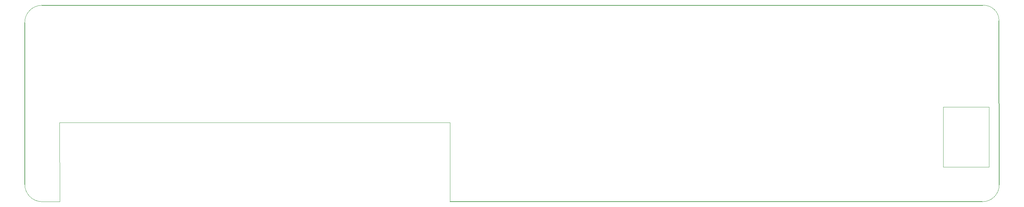
<source format=gm1>
%TF.GenerationSoftware,KiCad,Pcbnew,(6.0.0)*%
%TF.CreationDate,2022-01-20T15:09:40+01:00*%
%TF.ProjectId,AlimentatoreDaBancoExATX,416c696d-656e-4746-9174-6f7265446142,rev?*%
%TF.SameCoordinates,Original*%
%TF.FileFunction,Profile,NP*%
%FSLAX46Y46*%
G04 Gerber Fmt 4.6, Leading zero omitted, Abs format (unit mm)*
G04 Created by KiCad (PCBNEW (6.0.0)) date 2022-01-20 15:09:40*
%MOMM*%
%LPD*%
G01*
G04 APERTURE LIST*
%TA.AperFunction,Profile*%
%ADD10C,0.200000*%
%TD*%
%TA.AperFunction,Profile*%
%ADD11C,0.100000*%
%TD*%
G04 APERTURE END LIST*
D10*
X272542000Y-97383600D02*
X130784600Y-97383600D01*
D11*
X22199600Y-45008801D02*
G75*
G03*
X17576232Y-49580511I-51370J-4571709D01*
G01*
X26873200Y-97383600D02*
X22148800Y-97383600D01*
X26873200Y-97383600D02*
X26847800Y-76276200D01*
X272542000Y-97383600D02*
G75*
G03*
X277012400Y-92913200I-1J4470401D01*
G01*
X26847800Y-76276200D02*
X130784600Y-76276200D01*
D10*
X276961600Y-49072800D02*
X277012400Y-92913200D01*
D11*
X17576800Y-92760800D02*
G75*
G03*
X22148800Y-97383600I4623083J1D01*
G01*
X274320000Y-72136000D02*
X274320000Y-88138000D01*
X262128000Y-88138000D02*
X262128000Y-72136000D01*
X130784600Y-76276200D02*
X130784600Y-97383600D01*
X276961600Y-49072800D02*
G75*
G03*
X272592800Y-45008800I-4074635J-3D01*
G01*
X262128000Y-72136000D02*
X274320000Y-72136000D01*
D10*
X22199600Y-45008800D02*
X272592800Y-45008800D01*
X17576800Y-92760800D02*
X17576232Y-49580511D01*
D11*
X274320000Y-88138000D02*
X262128000Y-88138000D01*
M02*

</source>
